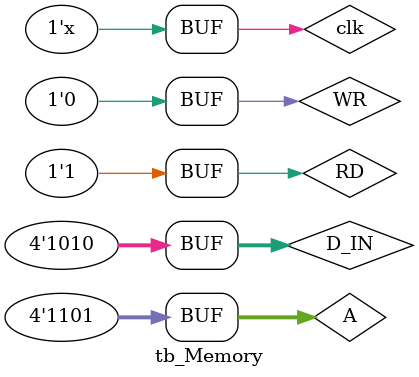
<source format=v>
`timescale 100ps/1ps
module tb_Memory;
reg     clk, WR, RD;
reg     [3:0] A, D_IN;
wire    [3:0] Q;

Memory S0(clk, WR, RD, A, D_IN, Q);

always #1 clk = ~clk;

initial begin
RD   <= 0;    
WR   <= 1;
clk  <= 0;
A    <= 4'b0011;
D_IN <= 4'b1001;
#4
A    <= 4'b1101;
D_IN <= 4'b1010;
#4
RD   <= 1;    
WR   <= 0;
A    <= 4'b0011;
#4
A    <= 4'b1101;

end
endmodule
</source>
